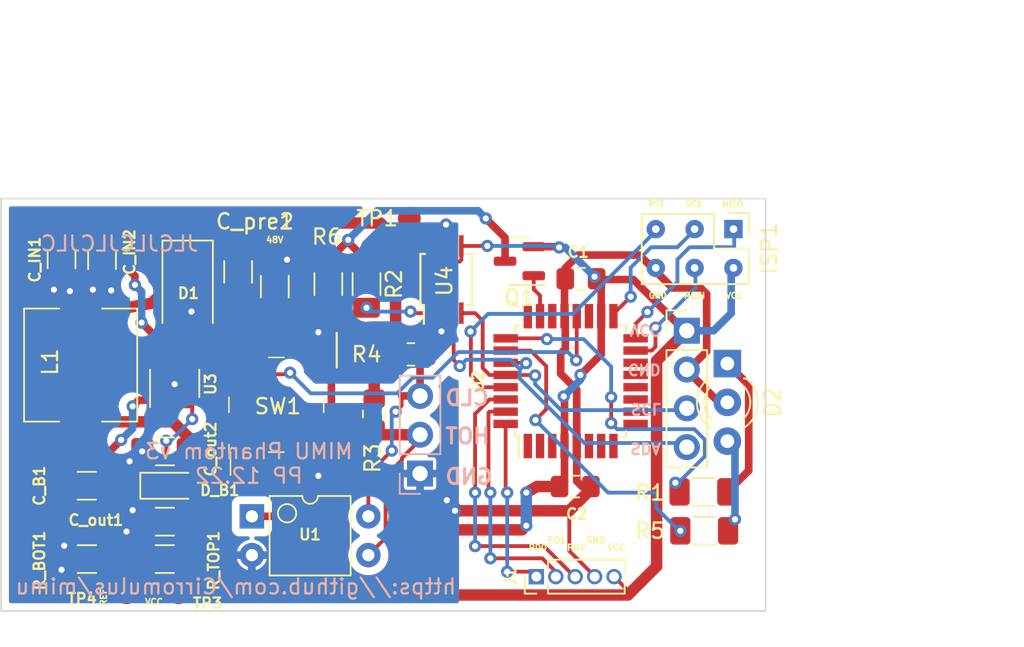
<source format=kicad_pcb>
(kicad_pcb (version 20211014) (generator pcbnew)
  (layers (0 "F.Cu" signal) (31 "B.Cu" signal) (34 "B.Paste" user) (35 "F.Paste" user) (36 "B.SilkS" user "B.Silkscreen") (37 "F.SilkS" user "F.Silkscreen") (38 "B.Mask" user) (39 "F.Mask" user) (44 "Edge.Cuts" user))
  (net 0 "")
  (net 1 "VCC")
  (net 2 "Net-(ISP1-Pad5)")
  (net 3 "Net-(ISP1-Pad4)")
  (net 4 "Net-(ISP1-Pad3)")
  (net 5 "Net-(ISP1-Pad1)")
  (net 6 "Net-(J1-Pad3)")
  (net 7 "Net-(J1-Pad2)")
  (net 8 "Net-(J1-Pad1)")
  (net 9 "SDA")
  (net 10 "SCL")
  (net 11 "+BATT")
  (net 12 "Net-(C_B1-Pad2)")
  (net 13 "Net-(R_BOT1-Pad1)")
  (net 14 "Net-(C_B1-Pad1)")
  (net 15 "XLR_GND")
  (net 16 "XLR_HOT")
  (net 17 "XLR_COLD")
  (net 18 "BUTT")
  (net 19 "LED_G")
  (net 20 "LED_R")
  (net 21 "Net-(C_pre1-Pad2)")
  (net 22 "MUTE_DRIVE")
  (net 23 "Net-(Q1-Pad3)")
  (net 24 "Net-(R1-Pad2)")
  (net 25 "Net-(R2-Pad1)")
  (net 26 "Net-(R5-Pad2)")
  (net 27 "Net-(U1-Pad1)")
  (footprint "custom:DIP-4_bubble_W7.62mm" (layer "F.Cu") (at 116.4 93.8)
    (fp_text reference "U1")
    (fp_text value "PC817")
  )
  (footprint "Diode_SMD:D_SMA" (layer "F.Cu") (at 112.2 79.15 -90)
    (fp_text reference "D1")
    (fp_text value "B1100")
  )
  (footprint "Package_TO_SOT_SMD:SOT-23-6" (layer "F.Cu") (at 111.35 85.1 90)
    (fp_text reference "U3")
    (fp_text value "MCP16331CH")
  )
  (footprint "Capacitor_SMD:C_1206_3216Metric_Pad1.42x1.75mm_HandSolder" (layer "F.Cu") (at 110.7125 89.55 180)
    (fp_text reference "C_out2")
    (fp_text value "10uF")
  )
  (footprint "Resistor_SMD:R_0805_2012Metric_Pad1.20x1.40mm_HandSolder" (layer "F.Cu") (at 124.4 87.1 90)
    (fp_text reference "R3")
    (fp_text value "6.8kOhm 0.1%")
  )
  (footprint "Capacitor_SMD:C_1206_3216Metric_Pad1.42x1.75mm_HandSolder" (layer "F.Cu") (at 105.6 91.8 180)
    (fp_text reference "C_B1")
    (fp_text value "100nF")
  )
  (footprint "Diodes_SMD:D_SOD-323_HandSoldering" (layer "F.Cu") (at 111 91.8)
    (fp_text reference "D_B1")
    (fp_text value "1N4148")
  )
  (footprint "Measurement_Points:Measurement_Point_Round-SMD-Pad_Small" (layer "F.Cu") (at 111.6 98.8 90)
    (fp_text reference "TP3")
    (fp_text value "TestPoint")
  )
  (footprint "Measurement_Points:Measurement_Point_Round-SMD-Pad_Small" (layer "F.Cu") (at 108.2 98.8 90)
    (fp_text reference "TP4")
    (fp_text value "TestPoint")
  )
  (footprint "Resistor_SMD:R_1206_3216Metric_Pad1.42x1.75mm_HandSolder" (layer "F.Cu") (at 110.7 96.6 180)
    (fp_text reference "R_TOP1")
    (fp_text value "31.2k")
  )
  (footprint "Resistor_SMD:R_1206_3216Metric_Pad1.42x1.75mm_HandSolder" (layer "F.Cu") (at 105.6125 96.6 180)
    (fp_text reference "R_BOT1")
    (fp_text value "10k")
  )
  (footprint "Capacitor_SMD:C_1206_3216Metric_Pad1.42x1.75mm_HandSolder" (layer "F.Cu") (at 110.7125 94.15 180)
    (fp_text reference "C_out1")
    (fp_text value "10uF")
  )
  (footprint "Capacitor_SMD:C_1206_3216Metric_Pad1.42x1.75mm_HandSolder" (layer "F.Cu") (at 106.6 77.0125 -90)
    (fp_text reference "C_IN2")
    (fp_text value "10uF")
  )
  (footprint "Inductors_SMD:L_7.3x7.3_H4.5" (layer "F.Cu") (at 105.2 83.9 90)
    (fp_text reference "L1")
    (fp_text value "15uH")
  )
  (footprint "Measurement_Points:Measurement_Point_Round-SMD-Pad_Small" (layer "F.Cu") (at 126.7 74.3)
    (fp_text reference "TP1")
    (fp_text value "TestPoint")
  )
  (footprint "Capacitor_SMD:C_1206_3216Metric_Pad1.42x1.75mm_HandSolder" (layer "F.Cu") (at 103.95 76.9625 -90)
    (fp_text reference "C_IN1")
    (fp_text value "10uF")
  )
  (footprint "Connector_PinHeader_2.54mm:PinHeader_1x04_P2.54mm_Vertical" (layer "F.Cu") (at 144.85 81.65)
    (fp_text reference "SENS1" hide)
    (fp_text value "Sens")
  )
  (footprint "Connector_PinHeader_1.27mm:PinHeader_1x05_P1.27mm_Vertical" (layer "F.Cu") (at 135.01 97.75 90)
    (fp_text reference "J1")
    (fp_text value "OPT")
  )
  (footprint "Capacitor_SMD:C_1206_3216Metric_Pad1.33x1.80mm_HandSolder" (layer "F.Cu") (at 145.9375 92.2)
    (fp_text reference "R1")
    (fp_text value "390R")
  )
  (footprint "Package_QFP:TQFP-32_7x7mm_P0.8mm" (layer "F.Cu") (at 137.25 84.95 90)
    (fp_text reference "U2")
    (fp_text value "ATTINY88AU")
  )
  (footprint "Capacitor_SMD:C_0805_2012Metric_Pad1.15x1.40mm_HandSolder" (layer "F.Cu") (at 137.55 91.85)
    (fp_text reference "C2")
    (fp_text value "0.1uF")
  )
  (footprint "Capacitor_SMD:C_0805_2012Metric_Pad1.15x1.40mm_HandSolder" (layer "F.Cu") (at 137.925 78.25 180)
    (fp_text reference "C1")
    (fp_text value "0.1uF")
  )
  (footprint "Capacitor_SMD:C_1206_3216Metric_Pad1.33x1.80mm_HandSolder" (layer "F.Cu") (at 145.9875 94.75)
    (fp_text reference "R5")
    (fp_text value "390R")
  )
  (footprint "Resistor_SMD:R_0805_2012Metric_Pad1.20x1.40mm_HandSolder" (layer "F.Cu") (at 126.8 83.2 180)
    (fp_text reference "R4")
    (fp_text value "6.8kOhm 0.1%")
  )
  (footprint "digikey:Switch_Tactile_SMD_6x6mm_PTS645" (layer "F.Cu") (at 118 86.5 90)
    (fp_text reference "SW1")
    (fp_text value "SW_Push")
  )
  (footprint "Capacitor_SMD:C_1206_3216Metric_Pad1.33x1.80mm_HandSolder" (layer "F.Cu") (at 115.5 77.8 -90)
    (fp_text reference "C_pre1")
    (fp_text value "50-100uF @24V")
  )
  (footprint "Capacitor_SMD:C_1206_3216Metric_Pad1.33x1.80mm_HandSolder" (layer "F.Cu") (at 117.9 78.7625 90)
    (fp_text reference "C_pre2")
    (fp_text value "50-100uF @24V")
  )
  (footprint "Package_SO:MSOP-10_3x3mm_P0.5mm" (layer "F.Cu") (at 129.1 78.3 90)
    (fp_text reference "U4")
    (fp_text value "AD5258")
  )
  (footprint "Package_TO_SOT_SMD:SOT-23" (layer "F.Cu") (at 133.9 77.1 180)
    (fp_text reference "Q1")
    (fp_text value "BSS84")
  )
  (footprint "Resistor_SMD:R_1206_3216Metric_Pad1.30x1.75mm_HandSolder" (layer "F.Cu") (at 123.9 78.6 90)
    (fp_text reference "R2")
    (fp_text value "12R")
  )
  (footprint "LED_THT:LED_D3.0mm-3" (layer "F.Cu") (at 147.5 83.8 -90)
    (fp_text reference "D2")
    (fp_text value "LED_Dual_KAK")
  )
  (footprint "Resistor_SMD:R_1206_3216Metric_Pad1.30x1.75mm_HandSolder" (layer "F.Cu") (at 121.4 78.6 -90)
    (fp_text reference "R6")
    (fp_text value "68R")
  )
  (footprint "ProjectLibrary:PinHeader_2x03_P2.54mm_Vertical_pogo" (layer "F.Cu") (at 147.9 75 -90)
    (fp_text reference "ISP1")
    (fp_text value "AVR-ISP-6")
  )
  (footprint "Connector_PinHeader_2.54mm:PinHeader_1x03_P2.54mm_Vertical" (layer "B.Cu") (at 127.4 91)
    (fp_text reference "INPUT1")
    (fp_text value "XLR3")
  )
  (gr_line (start 121.95 81.8) (end 121.95 84.05) (layer "F.SilkS") (width 0.15))
  (gr_line (start 100 100) (end 100 73) (layer "Edge.Cuts") (width 0.1))
  (gr_line (start 150 100) (end 150 73) (layer "Edge.Cuts") (width 0.1))
  (gr_line (start 150 73) (end 100 73) (layer "Edge.Cuts") (width 0.1))
  (gr_line (start 100 100) (end 150 100) (layer "Edge.Cuts") (width 0.1))
  (gr_text "GND" (at 130.6 91.2) (layer "B.SilkS") (effects (font (size 1 1) (thickness 0.2)) (justify mirror)))
  (gr_text "HOT" (at 130.504762 88.55) (layer "B.SilkS") (effects (font (size 1 1) (thickness 0.2)) (justify mirror)))
  (gr_text "CLD" (at 130.480953 86.05) (layer "B.SilkS") (effects (font (size 1 1) (thickness 0.2)) (justify mirror)))
  (gr_text "SDA" (at 142.15 89.35 180) (layer "B.SilkS") (effects (font (size 0.7 0.7)) (justify mirror)))
  (gr_text "VCC" (at 142.133333 81.6 180) (layer "B.SilkS") (effects (font (size 0.7 0.7)) (justify mirror)))
  (gr_text "GND" (at 142.066667 84.183333 180) (layer "B.SilkS") (effects (font (size 0.7 0.7)) (justify mirror)))
  (gr_text "SCL" (at 142.166667 86.766666 180) (layer "B.SilkS") (effects (font (size 0.7 0.7)) (justify mirror)))
  (gr_text "MIMU Phantom v3\nPP 12.22" (at 116.2 90.35) (layer "B.SilkS") (effects (font (size 1 1)) (justify mirror)))
  (gr_text "https://github.com/Cirromulus/mimu" (at 115.35 98.4) (layer "B.SilkS") (effects (font (size 1 1)) (justify mirror)))
  (gr_text "JLCJLCJLCJLC" (at 107.75 75.95) (layer "B.SilkS") (effects (font (size 1 1)) (justify mirror)))
  (gr_text "REF" (at 106.7 99.1 90) (layer "F.SilkS") (effects (font (size 0.4 0.4) (thickness 0.1))))
  (gr_text "VCC" (at 110 99.4) (layer "F.SilkS") (effects (font (size 0.4 0.4) (thickness 0.1))))
  (gr_text "48V" (at 117.9 75.7) (layer "F.SilkS") (effects (font (size 0.4 0.4) (thickness 0.1))))
  (gr_text "VCC" (at 140.25 95.85) (layer "F.SilkS") (effects (font (size 0.4 0.4) (thickness 0.1))))
  (gr_text "MISO" (at 147.85 73.35) (layer "F.SilkS") (effects (font (size 0.381 0.381) (thickness 0.09525))))
  (gr_text "SCK" (at 145.320534 73.352471) (layer "F.SilkS") (effects (font (size 0.381 0.381) (thickness 0.09525))))
  (gr_text "PD1" (at 136.344 95.366) (layer "F.SilkS") (effects (font (size 0.4 0.4) (thickness 0.1))))
  (gr_text "GND" (at 138.884 95.35) (layer "F.SilkS") (effects (font (size 0.4 0.4) (thickness 0.1))))
  (gr_text "RST" (at 142.85 73.35) (layer "F.SilkS") (effects (font (size 0.381 0.381) (thickness 0.09525))))
  (gr_text "PD0" (at 135.1 95.85) (layer "F.SilkS") (effects (font (size 0.4 0.4) (thickness 0.1))))
  (gr_text "PD2" (at 137.614 95.85) (layer "F.SilkS") (effects (font (size 0.4 0.4) (thickness 0.1))))
  (gr_text "MOSI" (at 145.35 79.35) (layer "F.SilkS") (effects (font (size 0.381 0.381) (thickness 0.09525))))
  (gr_text "VCC" (at 147.95 79.35) (layer "F.SilkS") (effects (font (size 0.381 0.381) (thickness 0.09525))))
  (gr_text "GND" (at 142.95 79.35) (layer "F.SilkS") (effects (font (size 0.381 0.381) (thickness 0.09525))))
  (segment (start 112.1875 96.6) (end 112.1875 94.1125) (width 1) (layer "F.Cu") (net 1))
  (segment (start 134.35 92.25) (end 135.05 91.85) (width 0.75) (layer "F.Cu") (net 1))
  (segment (start 133.900001 94.687499) (end 134.075001 94.687499) (width 0.75) (layer "F.Cu") (net 1))
  (segment (start 136.85 89.2) (end 136.85 86) (width 0.5) (layer "F.Cu") (net 1))
  (segment (start 136.85 91.525) (end 136.85 89.2) (width 0.5) (layer "F.Cu") (net 1))
  (segment (start 141.35 78.3) (end 138.95 78.3) (width 0.5) (layer "F.Cu") (net 1))
  (segment (start 139.25 78.55) (end 138.95 78.25) (width 0.5) (layer "F.Cu") (net 1))
  (segment (start 134.075001 94.687499) (end 134.35 94.4125) (width 0.5) (layer "F.Cu") (net 1))
  (segment (start 135.05 91.85) (end 136.525 91.85) (width 0.75) (layer "F.Cu") (net 1))
  (segment (start 125.35 98.95) (end 129.5 94.687499) (width 0.75) (layer "F.Cu") (net 1))
  (segment (start 144.3 81.25) (end 141.35 78.3) (width 0.5) (layer "F.Cu") (net 1))
  (segment (start 136.525 91.85) (end 136.85 91.525) (width 0.5) (layer "F.Cu") (net 1))
  (segment (start 136.85 86) (end 136.8 85.95) (width 0.5) (layer "F.Cu") (net 1))
  (segment (start 129.5 94.687499) (end 133.900001 94.687499) (width 0.75) (layer "F.Cu") (net 1))
  (segment (start 139.25 80.7) (end 139.25 78.55) (width 0.5) (layer "F.Cu") (net 1))
  (segment (start 129.75 98.95) (end 125.35 98.95) (width 0.75) (layer "F.Cu") (net 1))
  (segment (start 129.1 76.1) (end 129.1 77.1) (width 0.25) (layer "F.Cu") (net 1))
  (segment (start 129.75 98.95) (end 141 98.95) (width 0.75) (layer "F.Cu") (net 1))
  (segment (start 112.34201 92.25799) (end 112.34201 89.69201) (width 1) (layer "F.Cu") (net 1))
  (segment (start 139.25 83.190569) (end 138.293125 84.147444) (width 0.5) (layer "F.Cu") (net 1))
  (segment (start 139.25 80.85) (end 139.25 83.190569) (width 0.5) (layer "F.Cu") (net 1))
  (segment (start 111.6 98.8) (end 112.89375 97.50625) (width 0.25) (layer "F.Cu") (net 1))
  (segment (start 142.875001 83.614962) (end 142.875001 97.074999) (width 0.75) (layer "F.Cu") (net 1))
  (segment (start 130.1 76.1) (end 131.8 76.1) (width 0.25) (layer "F.Cu") (net 1))
  (segment (start 129.1 77.1) (end 129.125 77.125) (width 0.25) (layer "F.Cu") (net 1))
  (segment (start 134.8375 76.15) (end 136.45 76.15) (width 0.5) (layer "F.Cu") (net 1))
  (segment (start 112.2 91.85) (end 112.25 91.8) (width 1) (layer "F.Cu") (net 1))
  (segment (start 114.5375 98.95) (end 113.09375 97.50625) (width 0.75) (layer "F.Cu") (net 1))
  (segment (start 106.614548 87.614548) (end 105.2 87.1) (width 0.75) (layer "F.Cu") (net 1))
  (segment (start 128.225 77.125) (end 128.1 77) (width 0.25) (layer "F.Cu") (net 1))
  (segment (start 129.1 77.1) (end 129.075 77.125) (width 0.25) (layer "F.Cu") (net 1))
  (segment (start 140.09 97.75) (end 141 98.66) (width 0.25) (layer "F.Cu") (net 1))
  (segment (start 129.125 77.125) (end 130 77.125) (width 0.25) (layer "F.Cu") (net 1))
  (segment (start 129.075 77.125) (end 128.225 77.125) (width 0.25) (layer "F.Cu") (net 1))
  (segment (start 112.1875 89.5625) (end 112.1875 88.568995) (width 0.75) (layer "F.Cu") (net 1))
  (segment (start 112.2 94.15) (end 112.2 91.85) (width 1) (layer "F.Cu") (net 1))
  (segment (start 125.35 98.95) (end 122.95 98.95) (width 0.75) (layer "F.Cu") (net 1))
  (segment (start 138.293125 84.147444) (end 137.893126 84.547443) (width 0.5) (layer "F.Cu") (net 1))
  (segment (start 130.1 77.025) (end 130.1 76.1) (width 0.25) (layer "F.Cu") (net 1))
  (segment (start 130 77.125) (end 130.1 77.025) (width 0.25) (layer "F.Cu") (net 1))
  (segment (start 113.09375 97.50625) (end 112.1875 96.6) (width 0.75) (layer "F.Cu") (net 1))
  (segment (start 112.89375 97.50625) (end 113.09375 97.50625) (width 0.25) (layer "F.Cu") (net 1))
  (segment (start 111.233053 87.614548) (end 106.614548 87.614548) (width 0.75) (layer "F.Cu") (net 1))
  (segment (start 141 98.66) (end 141 98.95) (width 0.25) (layer "F.Cu") (net 1))
  (segment (start 128.1 77) (end 128.1 76.1) (width 0.25) (layer "F.Cu") (net 1))
  (segment (start 112.34201 89.69201) (end 112.2 89.55) (width 1) (layer "F.Cu") (net 1))
  (segment (start 136.45 76.15) (end 136.5 76.2) (width 0.5) (layer "F.Cu") (net 1))
  (segment (start 144.839963 81.65) (end 142.875001 83.614962) (width 0.75) (layer "F.Cu") (net 1))
  (segment (start 144.85 81.65) (end 144.839963 81.65) (width 0.75) (layer "F.Cu") (net 1))
  (segment (start 142.875001 97.074999) (end 141 98.95) (width 0.75) (layer "F.Cu") (net 1))
  (segment (start 122.95 98.95) (end 114.5375 98.95) (width 0.75) (layer "F.Cu") (net 1))
  (segment (start 112.1875 88.568995) (end 111.233053 87.614548) (width 0.75) (layer "F.Cu") (net 1))
  (via (at 136.8 85.95) (size 0.8) (drill 0.4) (layers "F.Cu" "B.Cu") (net 1))
  (via (at 134.35 94.4125) (size 0.8) (drill 0.4) (layers "F.Cu" "B.Cu") (net 1))
  (via (at 134.35 92.25) (size 0.8) (drill 0.4) (layers "F.Cu" "B.Cu") (net 1))
  (via (at 136.5 76.2) (size 0.8) (drill 0.4) (layers "F.Cu" "B.Cu") (net 1))
  (via (at 138.812701 78.112701) (size 0.8) (drill 0.4) (layers "F.Cu" "B.Cu") (net 1))
  (via (at 131.8 76.1) (size 0.8) (drill 0.4) (layers "F.Cu" "B.Cu") (net 1))
  (via (at 137.893126 84.547443) (size 0.8) (drill 0.4) (layers "F.Cu" "B.Cu") (net 1))
  (segment (start 134.35 92.25) (end 134.35 94.2375) (width 0.75) (layer "B.Cu") (net 1))
  (segment (start 136.5 76.2) (end 136.9 76.2) (width 0.5) (layer "B.Cu") (net 1))
  (segment (start 136.8 85.95) (end 137.893126 84.856874) (width 0.5) (layer "B.Cu") (net 1))
  (segment (start 137.893126 84.856874) (end 137.893126 84.547443) (width 0.5) (layer "B.Cu") (net 1))
  (segment (start 136.4 76.1) (end 136.5 76.2) (width 0.25) (layer "B.Cu") (net 1))
  (segment (start 146.6 81.65) (end 147.75 80.5) (width 0.5) (layer "B.Cu") (net 1))
  (segment (start 131.8 76.1) (end 136.4 76.1) (width 0.25) (layer "B.Cu") (net 1))
  (segment (start 136.9 76.2) (end 138.812701 78.112701) (width 0.5) (layer "B.Cu") (net 1))
  (segment (start 147.75 80.5) (end 147.75 77.95) (width 0.5) (layer "B.Cu") (net 1))
  (segment (start 144.85 81.65) (end 146.6 81.65) (width 0.5) (layer "B.Cu") (net 1))
  (segment (start 130.7 81.7) (end 130.724999 81.724999) (width 0.25) (layer "F.Cu") (net 2))
  (segment (start 130.724999 84.548001) (end 131.526998 85.35) (width 0.25) (layer "F.Cu") (net 2))
  (segment (start 131.526998 85.35) (end 133 85.35) (width 0.25) (layer "F.Cu") (net 2))
  (segment (start 130.724999 81.724999) (end 130.724999 84.548001) (width 0.25) (layer "F.Cu") (net 2))
  (via (at 130.7 81.7) (size 0.8) (drill 0.4) (layers "F.Cu" "B.Cu") (net 2))
  (segment (start 137.4 80.55) (end 142.85 75.1) (width 0.25) (layer "B.Cu") (net 2))
  (segment (start 130.7 81.7) (end 131.85 80.55) (width 0.25) (layer "B.Cu") (net 2))
  (segment (start 131.85 80.55) (end 137.4 80.55) (width 0.25) (layer "B.Cu") (net 2))
  (segment (start 142.55 82.95) (end 142.8 82.7) (width 0.25) (layer "F.Cu") (net 3))
  (segment (start 142.8 82.7) (end 142.8 81.45) (width 0.25) (layer "F.Cu") (net 3))
  (segment (start 141.5 82.95) (end 142.55 82.95) (width 0.25) (layer "F.Cu") (net 3))
  (via (at 142.8 81.45) (size 0.8) (drill 0.4) (layers "F.Cu" "B.Cu") (net 3))
  (segment (start 142.8 81.45) (end 145.41 78.84) (width 0.25) (layer "B.Cu") (net 3))
  (segment (start 145.41 78.84) (end 145.41 77.55) (width 0.25) (layer "B.Cu") (net 3))
  (segment (start 140.05 80.551693) (end 141.177114 79.424579) (width 0.25) (layer "F.Cu") (net 4))
  (segment (start 140.05 80.7) (end 140.05 80.551693) (width 0.25) (layer "F.Cu") (net 4))
  (via (at 141.177114 79.424579) (size 0.8) (drill 0.4) (layers "F.Cu" "B.Cu") (net 4))
  (segment (start 141.177114 77.522886) (end 142.514999 76.185001) (width 0.25) (layer "B.Cu") (net 4))
  (segment (start 144.234999 76.185001) (end 144.560001 75.859999) (width 0.25) (layer "B.Cu") (net 4))
  (segment (start 142.514999 76.185001) (end 144.234999 76.185001) (width 0.25) (layer "B.Cu") (net 4))
  (segment (start 141.177114 79.424579) (end 141.177114 77.522886) (width 0.25) (layer "B.Cu") (net 4))
  (segment (start 144.560001 75.859999) (end 145.41 75.01) (width 0.25) (layer "B.Cu") (net 4))
  (segment (start 141.5 81.2) (end 142.273959 80.426041) (width 0.25) (layer "F.Cu") (net 5))
  (segment (start 141.5 82.15) (end 141.5 81.2) (width 0.25) (layer "F.Cu") (net 5))
  (via (at 142.273959 80.426041) (size 0.8) (drill 0.4) (layers "F.Cu" "B.Cu") (net 5))
  (segment (start 145.035997 76.185001) (end 147.874999 76.185001) (width 0.25) (layer "B.Cu") (net 5))
  (segment (start 144.234999 78.465001) (end 144.234999 76.985999) (width 0.25) (layer "B.Cu") (net 5))
  (segment (start 147.95 76.11) (end 147.95 75.01) (width 0.25) (layer "B.Cu") (net 5))
  (segment (start 147.874999 76.185001) (end 147.95 76.11) (width 0.25) (layer "B.Cu") (net 5))
  (segment (start 144.234999 76.985999) (end 145.035997 76.185001) (width 0.25) (layer "B.Cu") (net 5))
  (segment (start 142.273959 80.426041) (end 144.234999 78.465001) (width 0.25) (layer "B.Cu") (net 5))
  (segment (start 131 92.25) (end 130.999997 87.100003) (width 0.25) (layer "F.Cu") (net 6))
  (segment (start 130.999997 87.100003) (end 131.95 86.15) (width 0.25) (layer "F.Cu") (net 6))
  (segment (start 131.95 86.15) (end 133 86.15) (width 0.25) (layer "F.Cu") (net 6))
  (segment (start 131 95.75) (end 135.5 95.75) (width 0.25) (layer "F.Cu") (net 6))
  (segment (start 135.5 95.75) (end 137.5 97.75) (width 0.25) (layer "F.Cu") (net 6))
  (via (at 131 95.75) (size 0.8) (drill 0.4) (layers "F.Cu" "B.Cu") (net 6))
  (via (at 131 92.25) (size 0.8) (drill 0.4) (layers "F.Cu" "B.Cu") (net 6))
  (segment (start 131 92.25) (end 131 95.75) (width 0.25) (layer "B.Cu") (net 6))
  (segment (start 131.874999 87.025001) (end 131.95 86.95) (width 0.25) (layer "F.Cu") (net 7))
  (segment (start 131.95 86.95) (end 133 86.95) (width 0.25) (layer "F.Cu") (net 7))
  (segment (start 132 92.25) (end 131.874999 92.462499) (width 0.25) (layer "F.Cu") (net 7))
  (segment (start 131.874999 92.462499) (end 131.874999 87.025001) (width 0.25) (layer "F.Cu") (net 7))
  (segment (start 132 96.55) (end 135.395002 96.55) (width 0.25) (layer "F.Cu") (net 7))
  (segment (start 136.25 97.404998) (end 136.25 97.7) (width 0.25) (layer "F.Cu") (net 7))
  (segment (start 135.395002 96.55) (end 136.25 97.404998) (width 0.25) (layer "F.Cu") (net 7))
  (via (at 132 92.25) (size 0.8) (drill 0.4) (layers "F.Cu" "B.Cu") (net 7))
  (via (at 132 96.55) (size 0.8) (drill 0.4) (layers "F.Cu" "B.Cu") (net 7))
  (segment (start 132 96.55) (end 132 92.25) (width 0.25) (layer "B.Cu") (net 7))
  (segment (start 133.1 92.25) (end 133 92.4875) (width 0.25) (layer "F.Cu") (net 8))
  (segment (start 133 92.4875) (end 133 87.75) (width 0.25) (layer "F.Cu") (net 8))
  (segment (start 134.675335 97.425335) (end 134.95 97.7) (width 0.25) (layer "F.Cu") (net 8))
  (segment (start 133.099905 97.425335) (end 134.675335 97.425335) (width 0.25) (layer "F.Cu") (net 8))
  (via (at 133.1 92.25) (size 0.8) (drill 0.4) (layers "F.Cu" "B.Cu") (net 8))
  (via (at 133.099905 97.425335) (size 0.8) (drill 0.4) (layers "F.Cu" "B.Cu") (net 8))
  (segment (start 133.1 97.2) (end 133.1 92.25) (width 0.25) (layer "B.Cu") (net 8))
  (segment (start 133.099905 97.425335) (end 133.1 97.2) (width 0.25) (layer "B.Cu") (net 8))
  (segment (start 133 83.75) (end 134.30846 83.75) (width 0.25) (layer "F.Cu") (net 9))
  (segment (start 130.000499 83.969101) (end 129.6 83.568602) (width 0.25) (layer "F.Cu") (net 9))
  (segment (start 134.30846 83.75) (end 134.33347 83.77501) (width 0.25) (layer "F.Cu") (net 9))
  (segment (start 129.6 83.568602) (end 129.6 80.5) (width 0.25) (layer "F.Cu") (net 9))
  (via (at 134.33347 83.77501) (size 0.8) (drill 0.4) (layers "F.Cu" "B.Cu") (net 9))
  (via (at 130.000499 83.969101) (size 0.8) (drill 0.4) (layers "F.Cu" "B.Cu") (net 9))
  (segment (start 133.933471 84.175009) (end 133.308472 83.55001) (width 0.25) (layer "B.Cu") (net 9))
  (segment (start 133.933471 84.792883) (end 133.933471 84.175009) (width 0.25) (layer "B.Cu") (net 9))
  (segment (start 144.1 89) (end 138.140588 89) (width 0.25) (layer "B.Cu") (net 9))
  (segment (start 130.41959 83.55001) (end 130.000499 83.969101) (width 0.25) (layer "B.Cu") (net 9))
  (segment (start 138.140588 89) (end 133.933471 84.792883) (width 0.25) (layer "B.Cu") (net 9))
  (segment (start 133.933471 84.175009) (end 134.33347 83.77501) (width 0.25) (layer "B.Cu") (net 9))
  (segment (start 133.308472 83.55001) (end 130.41959 83.55001) (width 0.25) (layer "B.Cu") (net 9))
  (segment (start 131.5 81) (end 131 80.5) (width 0.25) (layer "F.Cu") (net 10))
  (segment (start 133 84.55) (end 134.891307 84.55) (width 0.25) (layer "F.Cu") (net 10))
  (segment (start 133 84.55) (end 131.95 84.55) (width 0.25) (layer "F.Cu") (net 10))
  (segment (start 131 80.5) (end 130.1 80.5) (width 0.25) (layer "F.Cu") (net 10))
  (segment (start 131.5 84.1) (end 131.5 81) (width 0.25) (layer "F.Cu") (net 10))
  (segment (start 131.95 84.55) (end 131.5 84.1) (width 0.25) (layer "F.Cu") (net 10))
  (segment (start 134.891307 84.55) (end 134.923623 84.582316) (width 0.25) (layer "F.Cu") (net 10))
  (via (at 134.923623 84.582316) (size 0.8) (drill 0.4) (layers "F.Cu" "B.Cu") (net 10))
  (segment (start 136.626998 86.85) (end 134.923623 85.146625) (width 0.25) (layer "B.Cu") (net 10))
  (segment (start 144.45 86.85) (end 136.626998 86.85) (width 0.25) (layer "B.Cu") (net 10))
  (segment (start 134.923623 85.146625) (end 134.923623 84.582316) (width 0.25) (layer "B.Cu") (net 10))
  (segment (start 108.75 78.060034) (end 106.889966 76.2) (width 0.5) (layer "F.Cu") (net 11))
  (segment (start 115.5 76.2375) (end 115.5 74.9) (width 0.5) (layer "F.Cu") (net 11))
  (segment (start 124.4 84.6) (end 125.8 83.2) (width 0.75) (layer "F.Cu") (net 11))
  (segment (start 109.1875 81.122498) (end 111.35 83.284998) (width 0.5) (layer "F.Cu") (net 11))
  (segment (start 126.7 74.3) (end 125.75 75.25) (width 0.25) (layer "F.Cu") (net 11))
  (segment (start 107.525 74.6) (end 106.6 75.525) (width 0.75) (layer "F.Cu") (net 11))
  (segment (start 124.8 74.6) (end 115.8 74.6) (width 0.75) (layer "F.Cu") (net 11))
  (segment (start 125.8 83.2) (end 125.8 75.6) (width 0.75) (layer "F.Cu") (net 11))
  (segment (start 115.5 74.9) (end 115.8 74.6) (width 0.5) (layer "F.Cu") (net 11))
  (segment (start 108.75 78.65) (end 108.75 78.060034) (width 0.5) (layer "F.Cu") (net 11))
  (segment (start 124.4 86.1) (end 124.4 84.6) (width 0.75) (layer "F.Cu") (net 11))
  (segment (start 125.45 75.25) (end 124.8 74.6) (width 0.75) (layer "F.Cu") (net 11))
  (segment (start 115.8 74.6) (end 107.525 74.6) (width 0.75) (layer "F.Cu") (net 11))
  (segment (start 103.95 75.475) (end 106.55 75.475) (width 0.75) (layer "F.Cu") (net 11))
  (segment (start 125.8 75.6) (end 125.45 75.25) (width 0.75) (layer "F.Cu") (net 11))
  (segment (start 106.55 75.475) (end 106.6 75.525) (width 0.75) (layer "F.Cu") (net 11))
  (segment (start 125.75 75.25) (end 125.45 75.25) (width 0.25) (layer "F.Cu") (net 11))
  (segment (start 111.35 83.284998) (end 111.35 84) (width 0.5) (layer "F.Cu") (net 11))
  (via (at 108.75 78.65) (size 0.8) (drill 0.4) (layers "F.Cu" "B.Cu") (net 11))
  (via (at 109.1875 81.122498) (size 0.8) (drill 0.4) (layers "F.Cu" "B.Cu") (net 11))
  (segment (start 109.2 81.109998) (end 109.1875 81.122498) (width 0.5) (layer "B.Cu") (net 11))
  (segment (start 109.1875 79.0875) (end 108.75 78.65) (width 0.5) (layer "B.Cu") (net 11))
  (segment (start 109.1875 79.229498) (end 109.1875 79.0875) (width 0.5) (layer "B.Cu") (net 11))
  (segment (start 109.1875 81.122498) (end 109.1875 79.229498) (width 0.5) (layer "B.Cu") (net 11))
  (segment (start 103.524999 90.337499) (end 103.524999 84.989999) (width 0.75) (layer "F.Cu") (net 12))
  (segment (start 112.2 77.5) (end 109.85 79.85) (width 0.75) (layer "F.Cu") (net 12))
  (segment (start 112.2 77.15) (end 112.2 77.5) (width 0.75) (layer "F.Cu") (net 12))
  (segment (start 104.1125 91.8) (end 104.1125 90.925) (width 0.75) (layer "F.Cu") (net 12))
  (segment (start 105.2 84) (end 109.325 84) (width 0.75) (layer "F.Cu") (net 12))
  (segment (start 109.85 79.85) (end 105.2 80.7) (width 0.75) (layer "F.Cu") (net 12))
  (segment (start 104.1125 90.925) (end 103.524999 90.337499) (width 0.75) (layer "F.Cu") (net 12))
  (segment (start 104.514998 84) (end 105.2 84) (width 0.75) (layer "F.Cu") (net 12))
  (segment (start 103.524999 84.989999) (end 104.514998 84) (width 0.75) (layer "F.Cu") (net 12))
  (segment (start 105.2 84) (end 105.2 80.7) (width 0.75) (layer "F.Cu") (net 12))
  (segment (start 109.325 84) (end 110.4 84) (width 0.75) (layer "F.Cu") (net 12))
  (segment (start 112.35 86.25) (end 112.496471 86.396471) (width 0.25) (layer "F.Cu") (net 13))
  (segment (start 108.2 97.6125) (end 109.2125 96.6) (width 0.5) (layer "F.Cu") (net 13))
  (segment (start 107.1 96.6) (end 108.2 96.6) (width 0.5) (layer "F.Cu") (net 13))
  (segment (start 110.8 95.725) (end 110.8 88.85) (width 0.25) (layer "F.Cu") (net 13))
  (segment (start 112.496471 86.871246) (end 112.496471 87.436931) (width 0.25) (layer "F.Cu") (net 13))
  (segment (start 112.496471 86.396471) (end 112.496471 86.871246) (width 0.25) (layer "F.Cu") (net 13))
  (segment (start 108.2 96.6) (end 109.2 96.6) (width 0.5) (layer "F.Cu") (net 13))
  (segment (start 109.925 96.6) (end 110.8 95.725) (width 0.25) (layer "F.Cu") (net 13))
  (segment (start 108.2 98.8) (end 108.2 97.7) (width 0.5) (layer "F.Cu") (net 13))
  (segment (start 108.2 97.7) (end 107.1 96.6) (width 0.5) (layer "F.Cu") (net 13))
  (segment (start 108.2 98.8) (end 108.2 97.6125) (width 0.5) (layer "F.Cu") (net 13))
  (segment (start 109.2125 96.6) (end 109.925 96.6) (width 0.25) (layer "F.Cu") (net 13))
  (via (at 110.8 88.85) (size 0.8) (drill 0.4) (layers "F.Cu" "B.Cu") (net 13))
  (via (at 112.496471 87.436931) (size 0.8) (drill 0.4) (layers "F.Cu" "B.Cu") (net 13))
  (segment (start 111.083402 88.85) (end 110.8 88.85) (width 0.25) (layer "B.Cu") (net 13))
  (segment (start 112.496471 87.436931) (end 111.083402 88.85) (width 0.25) (layer "B.Cu") (net 13))
  (segment (start 109.75 91.8) (end 108.55 91.8) (width 0.75) (layer "F.Cu") (net 14))
  (segment (start 108.55 91.8) (end 107.0875 91.8) (width 0.75) (layer "F.Cu") (net 14))
  (segment (start 109 86.2) (end 108.6 86.6) (width 0.5) (layer "F.Cu") (net 14))
  (segment (start 107.0875 91.8) (end 107.0875 89.562504) (width 0.5) (layer "F.Cu") (net 14))
  (segment (start 110.4 86.2) (end 109 86.2) (width 0.5) (layer "F.Cu") (net 14))
  (segment (start 107.0875 89.562504) (end 107.850004 88.8) (width 0.5) (layer "F.Cu") (net 14))
  (via (at 107.850004 88.8) (size 0.8) (drill 0.4) (layers "F.Cu" "B.Cu") (net 14))
  (via (at 108.6 86.6) (size 0.8) (drill 0.4) (layers "F.Cu" "B.Cu") (net 14))
  (segment (start 108.6 86.6) (end 108.6 88.050004) (width 0.5) (layer "B.Cu") (net 14))
  (segment (start 108.6 88.050004) (end 107.850004 88.8) (width 0.5) (layer "B.Cu") (net 14))
  (segment (start 109.225 94.15) (end 108.85 94.15) (width 0.5) (layer "F.Cu") (net 15))
  (segment (start 108.85 94.15) (end 108.2 94.8) (width 0.5) (layer "F.Cu") (net 15))
  (segment (start 105.7 94.15) (end 109.25 94.15) (width 0.5) (layer "F.Cu") (net 15))
  (segment (start 104.125 95.725) (end 105.7 94.15) (width 0.5) (layer "F.Cu") (net 15))
  (segment (start 104.125 96.6) (end 104.125 95.725) (width 0.5) (layer "F.Cu") (net 15))
  (segment (start 104.125 95.725) (end 104.125 95.725) (width 0.5) (layer "F.Cu") (net 15))
  (segment (start 136.85 80.7) (end 136.85 78.3) (width 0.5) (layer "F.Cu") (net 15))
  (segment (start 129.6875 93.4375) (end 129.15 92.75) (width 1) (layer "F.Cu") (net 15))
  (segment (start 129.25 93) (end 129.25 93) (width 0.75) (layer "F.Cu") (net 15))
  (segment (start 138 91.85) (end 137.65 91.5) (width 0.5) (layer "F.Cu") (net 15))
  (segment (start 137.65 91.5) (end 137.65 89.1) (width 0.5) (layer "F.Cu") (net 15))
  (segment (start 137.1625 93.4375) (end 138.5 92.1) (width 0.75) (layer "F.Cu") (net 15))
  (segment (start 138.575 91.85) (end 138 91.85) (width 0.5) (layer "F.Cu") (net 15))
  (segment (start 129.6875 93.4375) (end 129.6875 93.4375) (width 0.75) (layer "F.Cu") (net 15))
  (segment (start 137.1625 93.4375) (end 129.6875 93.4375) (width 0.75) (layer "F.Cu") (net 15))
  (segment (start 128.6 81.5) (end 128.8 81.7) (width 0.25) (layer "F.Cu") (net 15))
  (segment (start 136.599998 83.141998) (end 136.9 82.841996) (width 0.5) (layer "F.Cu") (net 15))
  (segment (start 112.2 81.5) (end 112.2 81.15) (width 0.5) (layer "F.Cu") (net 15))
  (segment (start 111.35 85.15) (end 112.915002 85.15) (width 0.5) (layer "F.Cu") (net 15))
  (segment (start 128.6 80.5) (end 128.6 81.5) (width 0.25) (layer "F.Cu") (net 15))
  (segment (start 129.1 81.4) (end 128.8 81.7) (width 0.25) (layer "F.Cu") (net 15))
  (segment (start 128.6 76.1) (end 128.6 75.1) (width 0.25) (layer "F.Cu") (net 15))
  (segment (start 137.1625 93.4375) (end 137.1625 96.0625) (width 0.25) (layer "F.Cu") (net 15))
  (segment (start 141.760001 76.700001) (end 137.749999 76.700001) (width 0.5) (layer "F.Cu") (net 15))
  (segment (start 111.35 86.2) (end 111.35 85.15) (width 0.5) (layer "F.Cu") (net 15))
  (segment (start 146.95 86.34) (end 147.5 86.34) (width 0.5) (layer "F.Cu") (net 15))
  (segment (start 113.6 82.9) (end 112.2 81.5) (width 0.5) (layer "F.Cu") (net 15))
  (segment (start 113.6 84.465002) (end 113.6 82.9) (width 0.5) (layer "F.Cu") (net 15))
  (segment (start 128.6 75.1) (end 128.625 75.075) (width 0.25) (layer "F.Cu") (net 15))
  (segment (start 128.925 75.075) (end 129.1 74.9) (width 0.25) (layer "F.Cu") (net 15))
  (segment (start 136.599998 84.466924) (end 136.599998 83.141998) (width 0.5) (layer "F.Cu") (net 15))
  (segment (start 143.910001 78.850001) (end 141.760001 76.700001) (width 0.5) (layer "F.Cu") (net 15))
  (segment (start 129.1 74.9) (end 129.1 74.7) (width 0.25) (layer "F.Cu") (net 15))
  (segment (start 137.65 85.516926) (end 136.599998 84.466924) (width 0.5) (layer "F.Cu") (net 15))
  (segment (start 112.915002 85.15) (end 113.6 84.465002) (width 0.5) (layer "F.Cu") (net 15))
  (segment (start 137.65 89.2) (end 137.65 85.516926) (width 0.5) (layer "F.Cu") (net 15))
  (segment (start 128.625 75.075) (end 128.925 75.075) (width 0.25) (layer "F.Cu") (net 15))
  (segment (start 129.575 75.075) (end 129.6 75.1) (width 0.25) (layer "F.Cu") (net 15))
  (segment (start 144.85 84.19) (end 144.85 84.24) (width 0.5) (layer "F.Cu") (net 15))
  (segment (start 146.150001 82.999999) (end 144.9 84.25) (width 0.5) (layer "F.Cu") (net 15))
  (segment (start 136.9 77.55) (end 136.9 78.25) (width 0.5) (layer "F.Cu") (net 15))
  (segment (start 137.1625 96.0625) (end 138.8 97.7) (width 0.25) (layer "F.Cu") (net 15))
  (segment (start 129.1 80.5) (end 129.1 81.4) (width 0.25) (layer "F.Cu") (net 15))
  (segment (start 144.85 84.24) (end 146.95 86.34) (width 0.5) (layer "F.Cu") (net 15))
  (segment (start 137.749999 76.700001) (end 136.9 77.55) (width 0.5) (layer "F.Cu") (net 15))
  (segment (start 136.9 82.841996) (end 136.9 80.75) (width 0.5) (layer "F.Cu") (net 15))
  (segment (start 145.760003 78.850001) (end 146.150001 79.239999) (width 0.5) (layer "F.Cu") (net 15))
  (segment (start 129.6 75.1) (end 129.6 76.1) (width 0.25) (layer "F.Cu") (net 15))
  (segment (start 128.925 75.075) (end 129.575 75.075) (width 0.25) (layer "F.Cu") (net 15))
  (segment (start 146.150001 79.239999) (end 146.150001 82.999999) (width 0.5) (layer "F.Cu") (net 15))
  (segment (start 129.1 80.5) (end 128.6 80.5) (width 0.25) (layer "F.Cu") (net 15))
  (segment (start 145.760003 78.850001) (end 143.910001 78.850001) (width 0.5) (layer "F.Cu") (net 15))
  (via (at 103.95 97.3) (size 0.8) (drill 0.4) (layers "F.Cu" "B.Cu") (net 15))
  (via (at 108.2 94.8) (size 0.8) (drill 0.4) (layers "F.Cu" "B.Cu") (net 15))
  (via (at 103.45 78.9625) (size 0.8) (drill 0.4) (layers "F.Cu" "B.Cu") (net 15))
  (via (at 104.5 79.0625) (size 0.8) (drill 0.4) (layers "F.Cu" "B.Cu") (net 15))
  (via (at 129.15 92.75) (size 0.8) (drill 0.4) (layers "F.Cu" "B.Cu") (net 15))
  (via (at 129.6875 93.4375) (size 0.8) (drill 0.4) (layers "F.Cu" "B.Cu") (net 15))
  (via (at 118.7 77) (size 0.8) (drill 0.4) (layers "F.Cu" "B.Cu") (net 15))
  (via (at 104.125 95.725) (size 0.8) (drill 0.4) (layers "F.Cu" "B.Cu") (net 15))
  (via (at 128.8 81.7) (size 0.8) (drill 0.4) (layers "F.Cu" "B.Cu") (net 15))
  (via (at 106 78.9625) (size 0.8) (drill 0.4) (layers "F.Cu" "B.Cu") (net 15))
  (via (at 109.225 89.55) (size 0.8) (drill 0.4) (layers "F.Cu" "B.Cu") (net 15))
  (via (at 120.75 81.75) (size 0.8) (drill 0.4) (layers "F.Cu" "B.Cu") (net 15))
  (via (at 108.6 93.4) (size 0.8) (drill 0.4) (layers "F.Cu" "B.Cu") (net 15))
  (via (at 107.2 79.0125) (size 0.8) (drill 0.4) (layers "F.Cu" "B.Cu") (net 15))
  (via (at 129.1 74.7) (size 0.8) (drill 0.4) (layers "F.Cu" "B.Cu") (net 15))
  (via (at 112.45 80.4) (size 0.8) (drill 0.4) (layers "F.Cu" "B.Cu") (net 15))
  (via (at 111.35 85.15) (size 0.8) (drill 0.4) (layers "F.Cu" "B.Cu") (net 15))
  (via (at 120.75 91.15) (size 0.8) (drill 0.4) (layers "F.Cu" "B.Cu") (net 15))
  (via (at 108.4 90.2) (size 0.8) (drill 0.4) (layers "F.Cu" "B.Cu") (net 15))
  (segment (start 126.224999 90.098005) (end 126.224999 89.975002) (width 0.25) (layer "F.Cu") (net 16))
  (segment (start 125.145001 91.178003) (end 126.224999 90.098005) (width 0.25) (layer "F.Cu") (net 16))
  (segment (start 126.224999 89.975002) (end 127.25 88.950001) (width 0.25) (layer "F.Cu") (net 16))
  (segment (start 125.145001 95.214999) (end 125.145001 91.178003) (width 0.25) (layer "F.Cu") (net 16))
  (segment (start 127.25 88.950001) (end 127.25 88.55) (width 0.25) (layer "F.Cu") (net 16))
  (segment (start 124.76 88.46) (end 124.4 88.1) (width 0.75) (layer "F.Cu") (net 16))
  (segment (start 127.4 88.46) (end 124.76 88.46) (width 0.75) (layer "F.Cu") (net 16))
  (segment (start 124.02 96.34) (end 125.145001 95.214999) (width 0.25) (layer "F.Cu") (net 16))
  (segment (start 126.197919 85.92) (end 126.197919 86.552081) (width 0.25) (layer "F.Cu") (net 17))
  (segment (start 124.02 93.8) (end 124.02 91.03) (width 0.25) (layer "F.Cu") (net 17))
  (segment (start 127.4 83.6) (end 127.8 83.2) (width 0.5) (layer "F.Cu") (net 17))
  (segment (start 127.4 85.92) (end 126.197919 85.92) (width 0.5) (layer "F.Cu") (net 17))
  (segment (start 126.197919 86.552081) (end 125.8 86.95) (width 0.25) (layer "F.Cu") (net 17))
  (segment (start 127.4 85.92) (end 127.4 83.6) (width 0.5) (layer "F.Cu") (net 17))
  (segment (start 124.02 91.03) (end 125.55 89.5) (width 0.25) (layer "F.Cu") (net 17))
  (via (at 125.8 86.95) (size 0.8) (drill 0.4) (layers "F.Cu" "B.Cu") (net 17))
  (via (at 125.55 89.5) (size 0.8) (drill 0.4) (layers "F.Cu" "B.Cu") (net 17))
  (segment (start 125.55 87.2) (end 125.8 86.95) (width 0.25) (layer "B.Cu") (net 17))
  (segment (start 125.55 89.5) (end 125.55 87.2) (width 0.25) (layer "B.Cu") (net 17))
  (segment (start 115.75 82.525) (end 117.725 84.5) (width 0.25) (layer "F.Cu") (net 18))
  (segment (start 118.9 84.4) (end 118.8 84.5) (width 0.25) (layer "F.Cu") (net 18))
  (segment (start 137.65 80.7) (end 137.65 83.55) (width 0.25) (layer "F.Cu") (net 18))
  (segment (start 115.75 86.75) (end 117.725 84.775) (width 0.25) (layer "F.Cu") (net 18))
  (segment (start 115.75 90.475) (end 115.75 86.75) (width 0.25) (layer "F.Cu") (net 18))
  (segment (start 117.725 84.775) (end 117.725 84.5) (width 0.25) (layer "F.Cu") (net 18))
  (segment (start 137.65 83.55) (end 137.61234 83.58766) (width 0.25) (layer "F.Cu") (net 18))
  (segment (start 118.8125 84.5) (end 118.8 84.5) (width 0.25) (layer "F.Cu") (net 18))
  (segment (start 117.725 84.5) (end 118.8 84.5) (width 0.25) (layer "F.Cu") (net 18))
  (via (at 118.9 84.4) (size 0.8) (drill 0.4) (layers "F.Cu" "B.Cu") (net 18))
  (via (at 137.61234 83.58766) (size 0.8) (drill 0.4) (layers "F.Cu" "B.Cu") (net 18))
  (segment (start 129.895001 83.050001) (end 137.074681 83.050001) (width 0.25) (layer "B.Cu") (net 18))
  (segment (start 120.25 85.75) (end 125.903167 85.75) (width 0.25) (layer "B.Cu") (net 18))
  (segment (start 126.931063 84.722104) (end 128.222898 84.722104) (width 0.25) (layer "B.Cu") (net 18))
  (segment (start 118.9 84.4) (end 120.25 85.75) (width 0.25) (layer "B.Cu") (net 18))
  (segment (start 128.222898 84.722104) (end 129.895001 83.050001) (width 0.25) (layer "B.Cu") (net 18))
  (segment (start 125.903167 85.75) (end 126.931063 84.722104) (width 0.25) (layer "B.Cu") (net 18))
  (segment (start 137.074681 83.050001) (end 137.61234 83.58766) (width 0.25) (layer "B.Cu") (net 18))
  (segment (start 134.630515 82.95) (end 135.648625 83.96811) (width 0.25) (layer "F.Cu") (net 19))
  (segment (start 135.648625 83.96811) (end 135.648625 86.801375) (width 0.25) (layer "F.Cu") (net 19))
  (segment (start 135.648625 86.801375) (end 134.95 87.5) (width 0.25) (layer "F.Cu") (net 19))
  (segment (start 133 82.95) (end 134.630515 82.95) (width 0.25) (layer "F.Cu") (net 19))
  (via (at 144.425 94.75) (size 0.8) (drill 0.4) (layers "F.Cu" "B.Cu") (net 19))
  (via (at 134.95 87.5) (size 0.8) (drill 0.4) (layers "F.Cu" "B.Cu") (net 19))
  (segment (start 142.75 92.25) (end 142.85 92.35) (width 0.25) (layer "B.Cu") (net 19))
  (segment (start 134.95 87.5) (end 139.7 92.25) (width 0.25) (layer "B.Cu") (net 19))
  (segment (start 142.85 93.25) (end 144.35 94.75) (width 0.25) (layer "B.Cu") (net 19))
  (segment (start 144.35 94.75) (end 144.425 94.75) (width 0.25) (layer "B.Cu") (net 19))
  (segment (start 139.7 92.25) (end 142.75 92.25) (width 0.25) (layer "B.Cu") (net 19))
  (segment (start 142.85 92.35) (end 142.85 93.25) (width 0.25) (layer "B.Cu") (net 19))
  (segment (start 135.65 82.15) (end 135.7 82.2) (width 0.25) (layer "F.Cu") (net 20))
  (segment (start 139.9 86) (end 139.9 87.7) (width 0.25) (layer "F.Cu") (net 20))
  (segment (start 133 82.15) (end 135.65 82.15) (width 0.25) (layer "F.Cu") (net 20))
  (via (at 139.9 87.7) (size 0.8) (drill 0.4) (layers "F.Cu" "B.Cu") (net 20))
  (via (at 139.9 86) (size 0.8) (drill 0.4) (layers "F.Cu" "B.Cu") (net 20))
  (via (at 135.7 82.2) (size 0.8) (drill 0.4) (layers "F.Cu" "B.Cu") (net 20))
  (via (at 144.1 91.6) (size 0.8) (drill 0.4) (layers "F.Cu" "B.Cu") (net 20))
  (segment (start 146.025 88.783299) (end 146.025 89.875) (width 0.25) (layer "B.Cu") (net 20))
  (segment (start 144.3 91.6) (end 144.1 91.6) (width 0.25) (layer "B.Cu") (net 20))
  (segment (start 140.295 88.095) (end 145.336701 88.095) (width 0.25) (layer "B.Cu") (net 20))
  (segment (start 138.1 82.2) (end 139.9 84) (width 0.25) (layer "B.Cu") (net 20))
  (segment (start 145.336701 88.095) (end 146.025 88.783299) (width 0.25) (layer "B.Cu") (net 20))
  (segment (start 139.9 84) (end 139.9 86) (width 0.25) (layer "B.Cu") (net 20))
  (segment (start 135.7 82.2) (end 138.1 82.2) (width 0.25) (layer "B.Cu") (net 20))
  (segment (start 139.9 87.7) (end 140.295 88.095) (width 0.25) (layer "B.Cu") (net 20))
  (segment (start 146.025 89.875) (end 144.3 91.6) (width 0.25) (layer "B.Cu") (net 20))
  (segment (start 115.5 79.3625) (end 116.9375 79.3625) (width 0.75) (layer "F.Cu") (net 21))
  (segment (start 116.9375 79.3625) (end 117.9 80.325) (width 0.75) (layer "F.Cu") (net 21))
  (segment (start 134.8375 78.9375) (end 135.25 79.35) (width 0.25) (layer "F.Cu") (net 22))
  (segment (start 134.8375 78.05) (end 134.8375 78.9375) (width 0.25) (layer "F.Cu") (net 22))
  (segment (start 135.25 79.35) (end 135.25 80.7) (width 0.25) (layer "F.Cu") (net 22))
  (segment (start 132.9625 75.5625) (end 131.7 74.3) (width 0.5) (layer "F.Cu") (net 23))
  (segment (start 122.7 75.7) (end 122.7 75.75) (width 0.5) (layer "F.Cu") (net 23))
  (segment (start 122.7 75.75) (end 121.4 77.05) (width 0.5) (layer "F.Cu") (net 23))
  (segment (start 132.9625 77.1) (end 132.9625 75.5625) (width 0.5) (layer "F.Cu") (net 23))
  (segment (start 122.7 75.85) (end 123.9 77.05) (width 0.5) (layer "F.Cu") (net 23))
  (segment (start 122.7 75.7) (end 122.7 75.85) (width 0.5) (layer "F.Cu") (net 23))
  (via (at 131.7 74.3) (size 0.8) (drill 0.4) (layers "F.Cu" "B.Cu") (net 23))
  (via (at 122.7 75.7) (size 0.8) (drill 0.4) (layers "F.Cu" "B.Cu") (net 23))
  (segment (start 131.2 73.8) (end 131.7 74.3) (width 0.5) (layer "B.Cu") (net 23))
  (segment (start 124.6 73.8) (end 131.2 73.8) (width 0.5) (layer "B.Cu") (net 23))
  (segment (start 122.7 75.7) (end 124.6 73.8) (width 0.5) (layer "B.Cu") (net 23))
  (segment (start 148.9 90.8) (end 148.9 85.2) (width 0.5) (layer "F.Cu") (net 24))
  (segment (start 147.5 92.2) (end 148.9 90.8) (width 0.5) (layer "F.Cu") (net 24))
  (segment (start 148.9 85.2) (end 147.5 83.8) (width 0.5) (layer "F.Cu") (net 24))
  (segment (start 126.8745 80.5) (end 126.7745 80.4) (width 0.25) (layer "F.Cu") (net 25))
  (segment (start 128.1 80.5) (end 126.8745 80.5) (width 0.25) (layer "F.Cu") (net 25))
  (via (at 126.7745 80.4) (size 0.8) (drill 0.4) (layers "F.Cu" "B.Cu") (net 25))
  (via (at 123.9 80.15) (size 0.8) (drill 0.4) (layers "F.Cu" "B.Cu") (net 25))
  (segment (start 126.7745 80.4) (end 124.15 80.4) (width 0.25) (layer "B.Cu") (net 25))
  (segment (start 124.15 80.4) (end 123.9 80.15) (width 0.25) (layer "B.Cu") (net 25))
  (via (at 148 94) (size 0.8) (drill 0.4) (layers "F.Cu" "B.Cu") (net 26))
  (segment (start 148 94) (end 148 89.38) (width 0.5) (layer "B.Cu") (net 26))
  (segment (start 148 89.38) (end 147.5 88.88) (width 0.5) (layer "B.Cu") (net 26))
  (segment (start 121.6 80.35) (end 121.6 91.6) (width 0.5) (layer "F.Cu") (net 27))
  (segment (start 121.6 91.6) (end 119.4 93.8) (width 0.5) (layer "F.Cu") (net 27))
  (segment (start 119.4 93.8) (end 116.4 93.8) (width 0.5) (layer "F.Cu") (net 27))
  (segment (start 121.4 80.15) (end 121.6 80.35) (width 0.5) (layer "F.Cu") (net 27))
  (zone (net 15) (net_name "XLR_GND") (layer "B.Cu") (connect_pads (clearance 0.508)) (min_thickness 0.254) (fill yes (thermal_gap 0.208) (thermal_bridge_width 0.508))
    (polygon (pts (xy 129.95 95.75) (xy 129.95 98.05) (xy 129.95 99.75) (xy 100.25 99.75) (xy 100.25 73.25) (xy 129.9 73.25)))
  )
)
</source>
